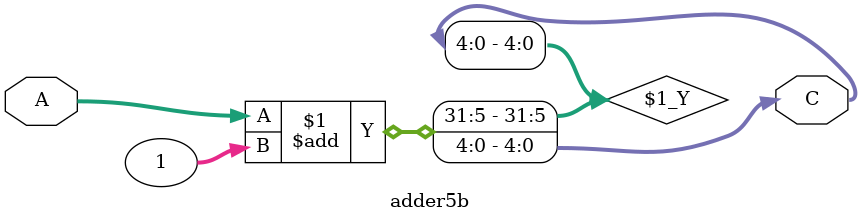
<source format=v>
`timescale 1ns / 1ps
module adder5b(
input [4:0]A,
output [4:0]C
    );
assign C=A+1;

endmodule

</source>
